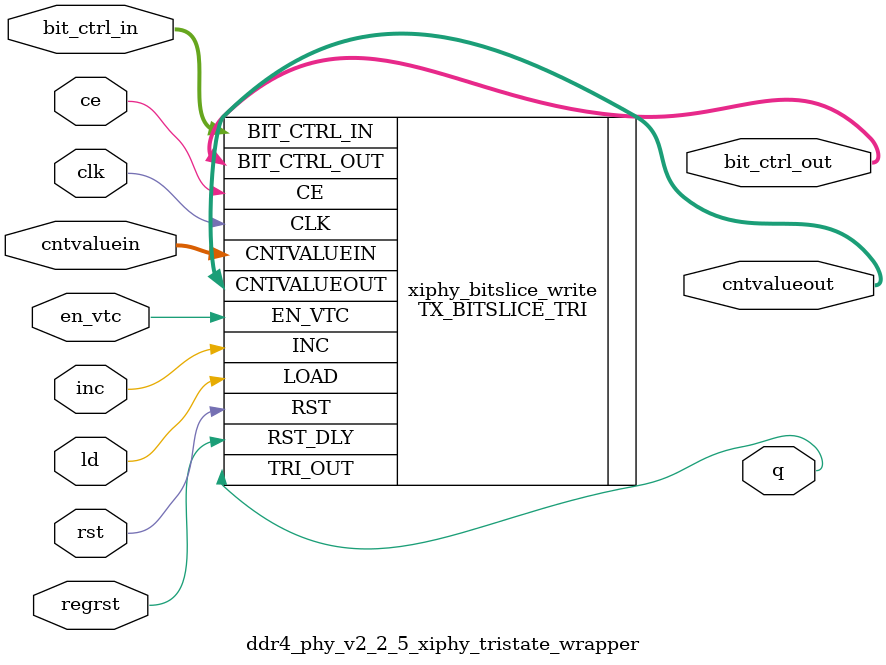
<source format=sv>

`timescale 1ps / 1ps

module ddr4_phy_v2_2_5_xiphy_tristate_wrapper #(

   parameter integer   DATA_WIDTH	= 8,           //8, 4, 1-bit interface 
   parameter           INIT             = 1'b0,        //Initial Oserdes value
   parameter           DELAY_TYPE       = "FIXED",     //FIXED, VAR_LOAD, VARIABLE type of ODELAY     
   parameter           DELAY_FORMAT     = "TIME",      //TIME (mc_fixed_dly_ratio = (2*9)*(1000000/REFCLK_FREQ/DELAY_VAL), COUNT (mc_fixed_delay_ratio={9'b0, DELAY_VAL})
   parameter           UPDATE_MODE      = "ASYNC",     //ASYNC (mc_le_manual=0,mc_le_async=1), SYNC(mc_le_manual=0,mc_le_sync=0), MANUAL (mc_le_manual=1,mc_le_async=0)
   parameter           DELAY_VAL        = 0,           //0 to 1250 ps
   parameter real      REFCLK_FREQ	= 300.0,       //300-2667 MHz
   parameter           OUTPUT_PHASE_90  = "FALSE",      //Delay DQ phase by 90 wrt write DQS
   parameter           NATIVE_ODELAY_BYPASS  = "FALSE",     //Delay DQ phase by 90 wrt write DQS
   parameter           SIM_DEVICE            = "ULTRASCALE"
) (
  input          ce,                 // odelay ce
  input          clk,                // odelay clk
  input          inc,                // odelay inc
  input          ld,                 // odelay ld
  input  [8:0]   cntvaluein,         // odelay 
  output [8:0]   cntvalueout,        // odelay cntvalueout
  output         q,                  // TX q output
  input          regrst,             // odelay reset
  input          rst,                // oserdes reset
  input          en_vtc,             // odelay en_vtc
  //Ribbon cable input bus from bitslice control 
//  input  [3:0]   nib_ctrl_in,        // {ddr_clk, div2_clk, div4_clk, ctrl_clk}  

  //Ribbon cable per-bit input bus from bitslice control 
  input  [39:0]  bit_ctrl_in,
  // {div4_clk, div2_clk, ddr_clk, force_oe_b, d[7:0], ctl2bs_tx_ddr_phase_sel, tx_bs_reset, tx_mux_360_p_sel, tx_mux_360_n_sel, tx_mux_720_p0_sel, tx_mux_720_p1_sel, tx_mux_720_p2_sel, tx_mux_720_p3_sel, 
  //toggle_div2_sel, ctl2bs_dynamic_mode_en, ctrl_ce, ctrl_inc, ctrl_ld, ctrl_dly[8:0], ctrl_clk}  

  //Ribbon cable per-bit output bus to bitslice control 
  //{bs2ctl_tx_ddr_phase_sel, vtc_ready, cntvalueout[8:0]}         
//  input  [10:0]  bit_ctrl_out 
  output  [39:0]  bit_ctrl_out

);

`ifdef ULTRASCALE_PHY_BLH
B_TX_BITSLICE_TRI #(
`else
TX_BITSLICE_TRI #(
`endif
   .DATA_WIDTH              (DATA_WIDTH),       //8, 2, 1
   .DELAY_FORMAT            (DELAY_FORMAT),     //TIME, COUNT
   .UPDATE_MODE             (UPDATE_MODE),      //SYNC, ASYNC, MANUAL 
   .INIT	                (INIT),             //Initial Oserdes value             
   .DELAY_TYPE   	        (DELAY_TYPE),       //FIXED, VAR_LOAD, VARIABLE
   .DELAY_VALUE	            (DELAY_VAL),        //0 to 1250 ps
   .REFCLK_FREQUENCY	    (REFCLK_FREQ),      //300-2667
   .OUTPUT_PHASE_90	        (OUTPUT_PHASE_90),   //delay output phase by 90
`ifndef ULTRASCALE_PHY_BLH
   .SIM_DEVICE              (SIM_DEVICE),
`endif
   .NATIVE_ODELAY_BYPASS    (NATIVE_ODELAY_BYPASS)
) 
xiphy_bitslice_write
(
   .CE                      (ce),
   .CLK                     (clk),
   .INC                     (inc),
   .LOAD                    (ld),
   .CNTVALUEIN              (cntvaluein),
   .CNTVALUEOUT             (cntvalueout),
   .TRI_OUT                 (q),
   .RST_DLY                 (regrst),
   .RST                     (rst),
   .EN_VTC                  (en_vtc),
 //  .NIB_CTRL_IN             (nib_ctrl_in),
   .BIT_CTRL_IN             (bit_ctrl_in),
   .BIT_CTRL_OUT            (bit_ctrl_out)
);

endmodule


</source>
